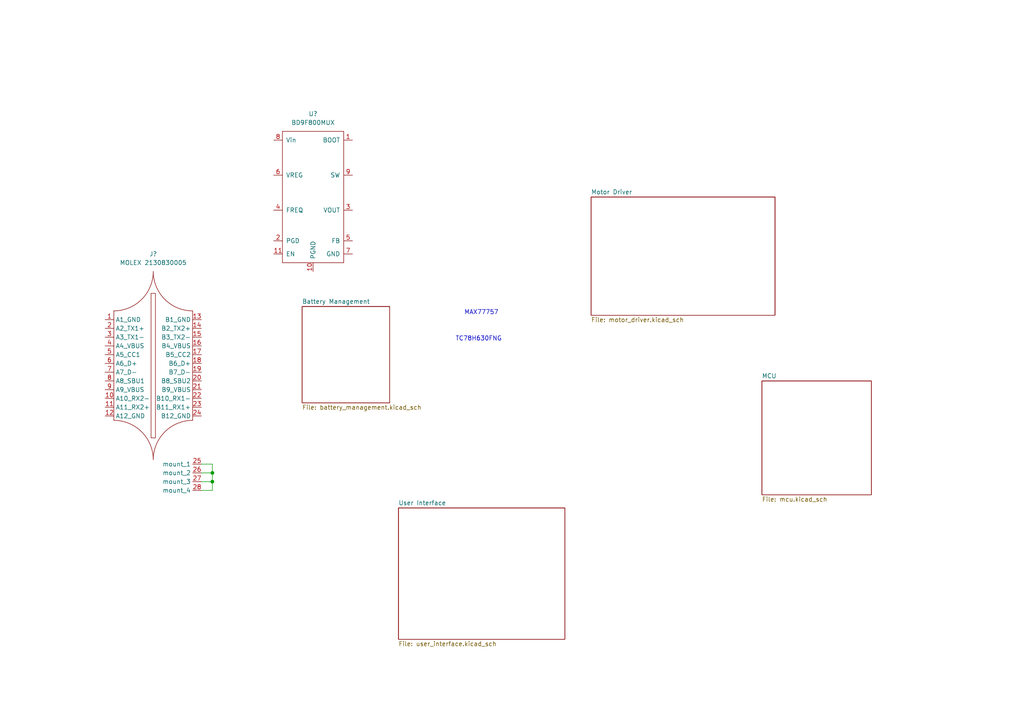
<source format=kicad_sch>
(kicad_sch (version 20211123) (generator eeschema)
  (paper "A4")
  (lib_symbols
    (symbol "310_smps_buck:BD9F800MUX" (pin_names (offset 1.016))
      (property "Reference" "U" (at 0 20.32 0))
      (property "Value" "BD9F800MUX" (at 0 11.43 90))
      (symbol "BD9F800MUX_0_1"
        (rectangle (start -8.89 20.32) (end 8.89 -17.78))
      )
      (symbol "BD9F800MUX_1_1"
        (pin power_out line (at 11.43 17.78 180) (length 2.54) (name "BOOT") (number "1"))
        (pin power_in line (at 0 -20.32 90) (length 2.54) (name "PGND") (number "10"))
        (pin input line (at -11.43 -15.24 0) (length 2.54) (name "EN") (number "11"))
        (pin output line (at -11.43 -11.43 0) (length 2.54) (name "PGD") (number "2"))
        (pin power_out line (at 11.43 -2.54 180) (length 2.54) (name "VOUT") (number "3"))
        (pin input line (at -11.43 -2.54 0) (length 2.54) (name "FREQ") (number "4"))
        (pin input line (at 11.43 -11.43 180) (length 2.54) (name "FB") (number "5"))
        (pin input line (at -11.43 7.62 0) (length 2.54) (name "VREG") (number "6"))
        (pin power_in line (at 11.43 -15.24 180) (length 2.54) (name "GND") (number "7"))
        (pin power_in line (at -11.43 17.78 0) (length 2.54) (name "Vin") (number "8"))
        (pin power_out line (at 11.43 7.62 180) (length 2.54) (name "SW") (number "9"))
      )
    )
    (symbol "818_USB:MOLEX 2130830005"
      (property "Reference" "J?" (at 0 31.75 0))
      (property "Value" "MOLEX 2130830005" (at 0 29.21 0))
      (symbol "MOLEX 2130830005_0_1"
        (arc (start -11.43 15.24) (mid 8.0822 7.1578) (end 0 26.67))
        (rectangle (start -0.635 20.32) (end 0.635 -21.59))
        (arc (start 0 -27.94) (mid 8.0822 -8.4278) (end -11.43 -16.51))
        (polyline (pts (xy -11.43 -16.51) (xy -11.43 15.24)))
        (polyline (pts (xy 11.43 15.24) (xy 11.43 -16.51)))
        (arc (start 0 26.67) (mid -8.0822 7.1578) (end 11.43 15.24))
        (arc (start 11.43 -16.51) (mid -8.0822 -8.4278) (end 0 -27.94))
      )
      (symbol "MOLEX 2130830005_1_1"
        (pin free line (at -13.97 12.7 0) (length 2.54) (name "A1_GND") (number "1"))
        (pin input line (at -13.97 -10.16 0) (length 2.54) (name "A10_RX2-") (number "10"))
        (pin input line (at -13.97 -12.7 0) (length 2.54) (name "A11_RX2+") (number "11"))
        (pin free line (at -13.97 -15.24 0) (length 2.54) (name "A12_GND") (number "12"))
        (pin free line (at 13.97 12.7 180) (length 2.54) (name "B1_GND") (number "13"))
        (pin output line (at 13.97 10.16 180) (length 2.54) (name "B2_TX2+") (number "14"))
        (pin output line (at 13.97 7.62 180) (length 2.54) (name "B3_TX2-") (number "15"))
        (pin power_in line (at 13.97 5.08 180) (length 2.54) (name "B4_VBUS") (number "16"))
        (pin output line (at 13.97 2.54 180) (length 2.54) (name "B5_CC2") (number "17"))
        (pin bidirectional line (at 13.97 0 180) (length 2.54) (name "B6_D+") (number "18"))
        (pin bidirectional line (at 13.97 -2.54 180) (length 2.54) (name "B7_D-") (number "19"))
        (pin output line (at -13.97 10.16 0) (length 2.54) (name "A2_TX1+") (number "2"))
        (pin bidirectional line (at 13.97 -5.08 180) (length 2.54) (name "B8_SBU2") (number "20"))
        (pin power_in line (at 13.97 -7.62 180) (length 2.54) (name "B9_VBUS") (number "21"))
        (pin input line (at 13.97 -10.16 180) (length 2.54) (name "B10_RX1-") (number "22"))
        (pin input line (at 13.97 -12.7 180) (length 2.54) (name "B11_RX1+") (number "23"))
        (pin free line (at 13.97 -15.24 180) (length 2.54) (name "B12_GND") (number "24"))
        (pin free line (at 13.97 -29.21 180) (length 2.54) (name "mount_1") (number "25"))
        (pin free line (at 13.97 -31.75 180) (length 2.54) (name "mount_2") (number "26"))
        (pin free line (at 13.97 -34.29 180) (length 2.54) (name "mount_3") (number "27"))
        (pin free line (at 13.97 -36.83 180) (length 2.54) (name "mount_4") (number "28"))
        (pin output line (at -13.97 7.62 0) (length 2.54) (name "A3_TX1-") (number "3"))
        (pin power_in line (at -13.97 5.08 0) (length 2.54) (name "A4_VBUS") (number "4"))
        (pin output line (at -13.97 2.54 0) (length 2.54) (name "A5_CC1") (number "5"))
        (pin bidirectional line (at -13.97 0 0) (length 2.54) (name "A6_D+") (number "6"))
        (pin bidirectional line (at -13.97 -2.54 0) (length 2.54) (name "A7_D-") (number "7"))
        (pin bidirectional line (at -13.97 -5.08 0) (length 2.54) (name "A8_SBU1") (number "8"))
        (pin power_in line (at -13.97 -7.62 0) (length 2.54) (name "A9_VBUS") (number "9"))
      )
    )
  )
  (junction (at 61.595 137.16))
  (junction (at 61.595 139.7))
  (wire (pts (xy 61.595 142.24) (xy 58.42 142.24)))
  (wire (pts (xy 58.42 137.16) (xy 61.595 137.16)))
  (wire (pts (xy 58.42 134.62) (xy 61.595 134.62)))
  (wire (pts (xy 61.595 134.62) (xy 61.595 137.16)))
  (wire (pts (xy 61.595 139.7) (xy 61.595 142.24)))
  (wire (pts (xy 58.42 139.7) (xy 61.595 139.7)))
  (wire (pts (xy 61.595 137.16) (xy 61.595 139.7)))
  (text "MAX77757\n" (at 134.62 91.44 0) (effects (font (size 1.27 1.27)) (justify left bottom)))
  (text "TC78H630FNG\n" (at 132.08 99.06 0) (effects (font (size 1.27 1.27)) (justify left bottom)))
  (symbol (lib_id "310_smps_buck:BD9F800MUX") (at 90.805 58.42 0) (unit 1)
    (property "Reference" "U?" (at 90.805 33.02 0))
    (property "Value" "BD9F800MUX" (at 90.805 35.56 0))
    (property "Footprint" "310_smps_buck:BD9F800MUX" (effects hide))
    (property "Datasheet" "https://fscdn.rohm.com/en/products/databook/datasheet/ic/power/switching_regulator/bd9f800mux-e.pdf" (effects hide))
  )
  (symbol (lib_id "818_USB:MOLEX 2130830005") (at 44.45 105.41 0) (unit 1)
    (property "Reference" "J?" (at 44.45 73.66 0))
    (property "Value" "MOLEX 2130830005" (at 44.45 76.2 0))
  )
  (sheet (at 171.45 57.15) (size 53.34 34.29) (stroke (width 0.1524))
    (property "Sheet name" "Motor Driver" (at 171.45 56.4384 0) (effects (justify left bottom)))
    (property "Sheet file" "motor_driver.kicad_sch" (at 171.45 92.0246 0) (effects (justify left top)))
  )
  (sheet (at 87.63 88.9) (size 25.4 27.94) (stroke (width 0.1524))
    (property "Sheet name" "Battery Management" (at 87.63 88.1884 0) (effects (justify left bottom)))
    (property "Sheet file" "battery_management.kicad_sch" (at 87.63 117.4246 0) (effects (justify left top)))
  )
  (sheet (at 220.98 110.49) (size 31.75 33.02) (stroke (width 0.1524))
    (property "Sheet name" "MCU" (at 220.98 109.7784 0) (effects (justify left bottom)))
    (property "Sheet file" "mcu.kicad_sch" (at 220.98 144.0946 0) (effects (justify left top)))
  )
  (sheet (at 115.57 147.32) (size 48.26 38.1) (stroke (width 0.1524))
    (property "Sheet name" "User Interface" (at 115.57 146.6084 0) (effects (justify left bottom)))
    (property "Sheet file" "user_interface.kicad_sch" (at 115.57 186.0046 0) (effects (justify left top)))
  )
)
</source>
